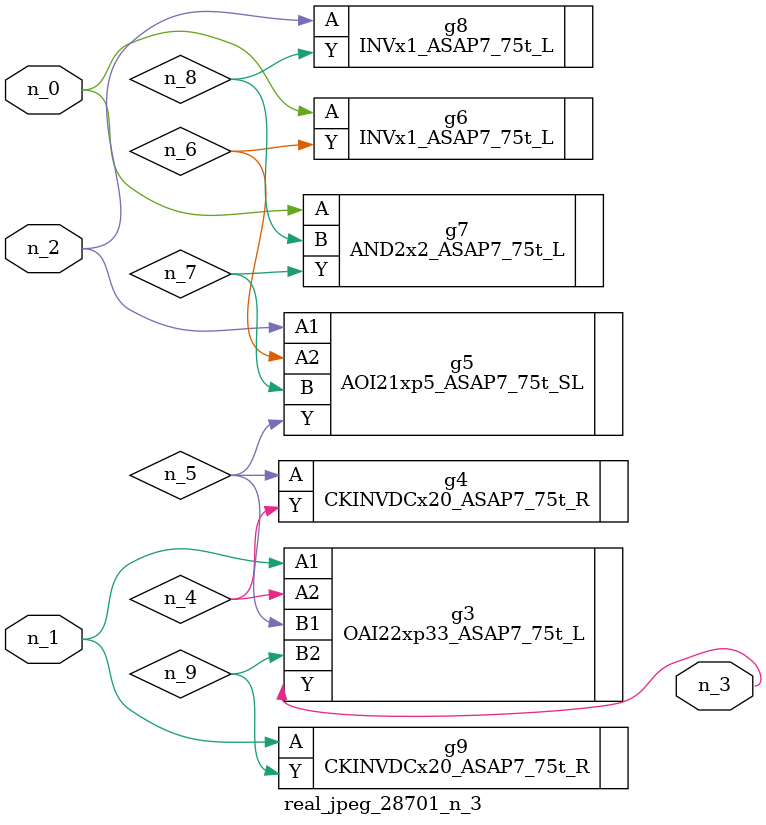
<source format=v>
module real_jpeg_28701_n_3 (n_1, n_0, n_2, n_3);

input n_1;
input n_0;
input n_2;

output n_3;

wire n_5;
wire n_4;
wire n_8;
wire n_6;
wire n_7;
wire n_9;

INVx1_ASAP7_75t_L g6 ( 
.A(n_0),
.Y(n_6)
);

AND2x2_ASAP7_75t_L g7 ( 
.A(n_0),
.B(n_8),
.Y(n_7)
);

OAI22xp33_ASAP7_75t_L g3 ( 
.A1(n_1),
.A2(n_4),
.B1(n_5),
.B2(n_9),
.Y(n_3)
);

CKINVDCx20_ASAP7_75t_R g9 ( 
.A(n_1),
.Y(n_9)
);

AOI21xp5_ASAP7_75t_SL g5 ( 
.A1(n_2),
.A2(n_6),
.B(n_7),
.Y(n_5)
);

INVx1_ASAP7_75t_L g8 ( 
.A(n_2),
.Y(n_8)
);

CKINVDCx20_ASAP7_75t_R g4 ( 
.A(n_5),
.Y(n_4)
);


endmodule
</source>
